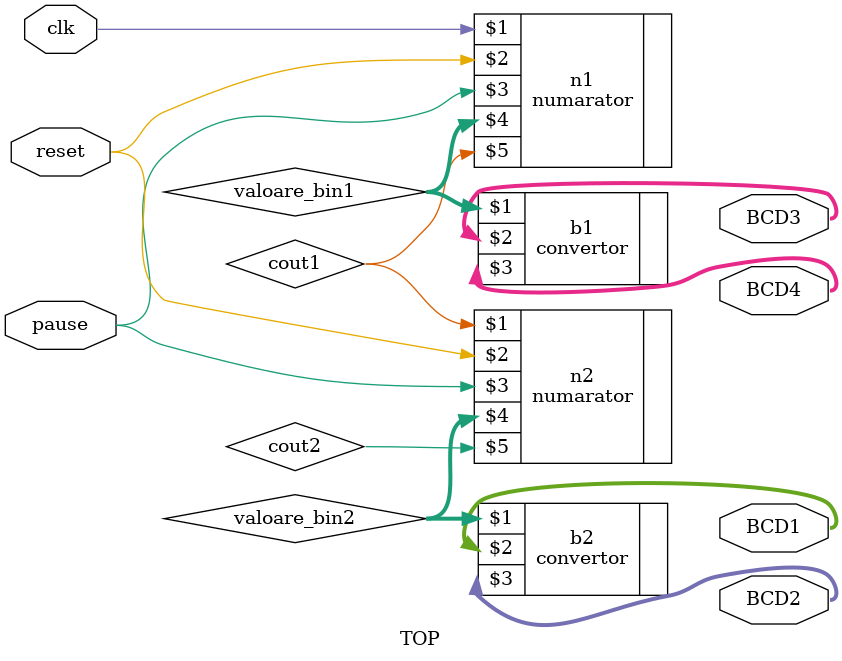
<source format=v>
`timescale 1ns / 1ps

module TOP(input clk, input reset, input pause, output [3:0] BCD1, output [3:0] BCD2,
           output [3:0] BCD3, output [3:0] BCD4);
           
wire cout1, cout2;
wire [5:0] valoare_bin1, valoare_bin2;
numarator n1(clk, reset, pause, valoare_bin1, cout1);
numarator n2(cout1, reset, pause, valoare_bin2, cout2);
convertor b1(valoare_bin1, BCD3, BCD4);
convertor b2(valoare_bin2, BCD1, BCD2);

endmodule

</source>
